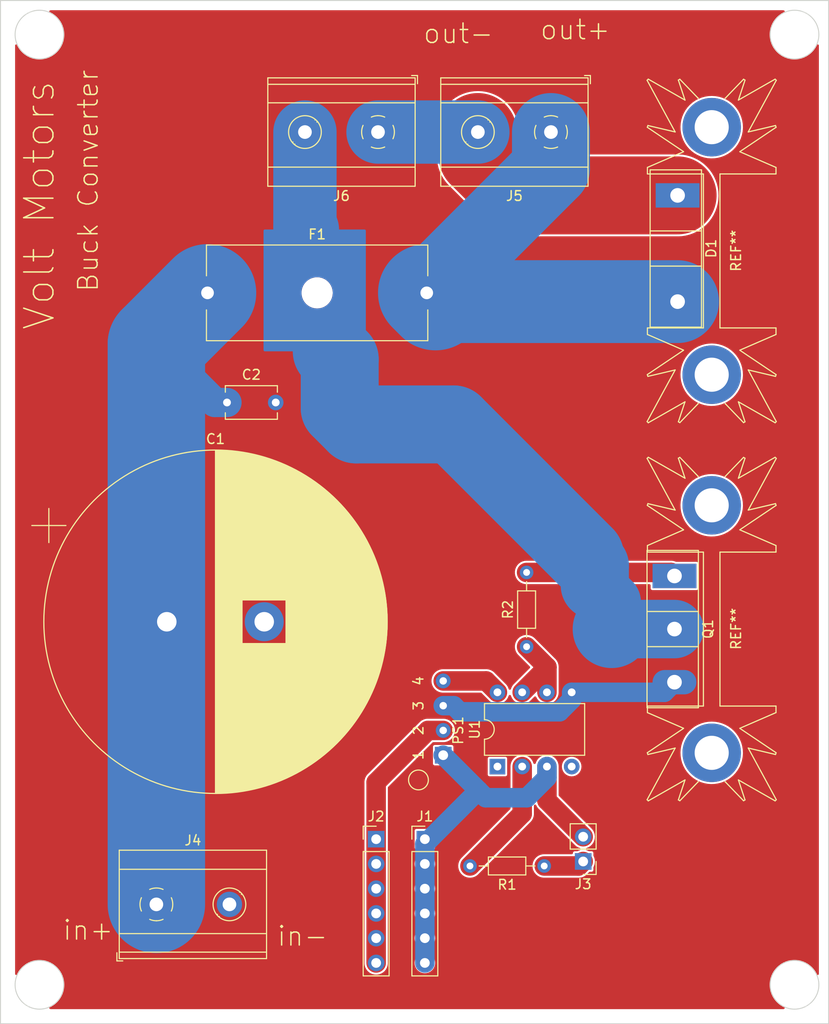
<source format=kicad_pcb>
(kicad_pcb (version 20211014) (generator pcbnew)
  (layers (0 "F.Cu" signal) (31 "B.Cu" signal) (34 "B.Paste" user) (35 "F.Paste" user) (36 "B.SilkS" user "B.Silkscreen") (37 "F.SilkS" user "F.Silkscreen") (38 "B.Mask" user) (39 "F.Mask" user) (44 "Edge.Cuts" user))
  (net 0 "")
  (net 1 "Net-(C1-Pad1)")
  (net 2 "GNDPWR")
  (net 3 "Net-(D1-Pad1)")
  (net 4 "VCC")
  (net 5 "GND")
  (net 6 "+5V")
  (net 7 "espPwm")
  (net 8 "Net-(J6-Pad2)")
  (net 9 "+12V")
  (net 10 "Net-(Q1-Pad1)")
  (net 11 "Net-(R1-Pad2)")
  (net 12 "Net-(R2-Pad1)")
  (footprint "Heatsink:Heatsink_Fischer_SK104-STCB_35x13mm__2xDrill3.5mm_ScrewM3" (layer "F.Cu") (at 204 59.7 -90)
    (fp_text reference "REF**" (at -0.025 -2.5 90) (layer "F.SilkS"))
    (fp_text value " ")
    (pad "1" thru_hole circle (at 12.7 0 270) (size 6 6) (drill 3.5) (layers *.Cu *.Mask))
    (pad "1" thru_hole circle (at -12.7 0 90) (size 6 6) (drill 3.5) (layers *.Cu *.Mask))
  )
  (footprint "Resistor_THT:R_Axial_DIN0204_L3.6mm_D1.6mm_P7.62mm_Horizontal" (layer "F.Cu") (at 186.8085 122.8085 180)
    (fp_text reference "R1" (at 3.81 -1.92) (layer "F.SilkS"))
    (fp_text value "R_OPTO")
    (pad "1" thru_hole circle (at 0 0 180) (size 1.4 1.4) (drill 0.7) (layers *.Cu *.Mask) (net 7 "espPwm"))
    (pad "2" thru_hole oval (at 7.62 0 180) (size 1.4 1.4) (drill 0.7) (layers *.Cu *.Mask) (net 11 "Net-(R1-Pad2)"))
  )
  (footprint "Package_DIP:DIP-8_W7.62mm" (layer "F.Cu") (at 182.0085 112.6085 90)
    (fp_text reference "U1" (at 3.81 -2.33 90) (layer "F.SilkS"))
    (fp_text value "TLP250")
    (pad "1" thru_hole rect (at 0 0 90) (size 1.6 1.6) (drill 0.8) (layers *.Cu *.Mask))
    (pad "2" thru_hole oval (at 0 2.54 90) (size 1.6 1.6) (drill 0.8) (layers *.Cu *.Mask) (net 11 "Net-(R1-Pad2)"))
    (pad "3" thru_hole oval (at 0 5.08 90) (size 1.6 1.6) (drill 0.8) (layers *.Cu *.Mask) (net 5 "GND"))
    (pad "4" thru_hole oval (at 0 7.62 90) (size 1.6 1.6) (drill 0.8) (layers *.Cu *.Mask))
    (pad "5" thru_hole oval (at 7.62 7.62 90) (size 1.6 1.6) (drill 0.8) (layers *.Cu *.Mask) (net 2 "GNDPWR"))
    (pad "6" thru_hole oval (at 7.62 5.08 90) (size 1.6 1.6) (drill 0.8) (layers *.Cu *.Mask) (net 12 "Net-(R2-Pad1)"))
    (pad "7" thru_hole oval (at 7.62 2.54 90) (size 1.6 1.6) (drill 0.8) (layers *.Cu *.Mask) (net 12 "Net-(R2-Pad1)"))
    (pad "8" thru_hole oval (at 7.62 0 90) (size 1.6 1.6) (drill 0.8) (layers *.Cu *.Mask) (net 9 "+12V"))
  )
  (footprint "Connector_PinHeader_2.54mm:PinHeader_1x06_P2.54mm_Vertical" (layer "F.Cu") (at 169.5585 120.0585)
    (fp_text reference "J2" (at 0 -2.33) (layer "F.SilkS"))
    (fp_text value "5V")
    (pad "1" thru_hole rect (at 0 0) (size 1.7 1.7) (drill 1) (layers *.Cu *.Mask) (net 6 "+5V"))
    (pad "2" thru_hole oval (at 0 2.54) (size 1.7 1.7) (drill 1) (layers *.Cu *.Mask) (net 6 "+5V"))
    (pad "3" thru_hole oval (at 0 5.08) (size 1.7 1.7) (drill 1) (layers *.Cu *.Mask) (net 6 "+5V"))
    (pad "4" thru_hole oval (at 0 7.62) (size 1.7 1.7) (drill 1) (layers *.Cu *.Mask) (net 6 "+5V"))
    (pad "5" thru_hole oval (at 0 10.16) (size 1.7 1.7) (drill 1) (layers *.Cu *.Mask) (net 6 "+5V"))
    (pad "6" thru_hole oval (at 0 12.7) (size 1.7 1.7) (drill 1) (layers *.Cu *.Mask) (net 6 "+5V"))
  )
  (footprint "Fuse:Fuseholder_Cylinder-5x20mm_Schurter_0031_8201_Horizontal_Open" (layer "F.Cu") (at 152.25 64)
    (fp_text reference "F1" (at 11.25 -6) (layer "F.SilkS"))
    (fp_text value "Fuse")
    (pad "" np_thru_hole circle (at 11.25 0) (size 2.7 2.7) (drill 2.7) (layers *.Cu *.Mask))
    (pad "1" thru_hole circle (at 0 0) (size 3 3) (drill 1.3) (layers *.Cu *.Mask) (net 1 "Net-(C1-Pad1)"))
    (pad "2" thru_hole circle (at 22.5 0) (size 3 3) (drill 1.3) (layers *.Cu *.Mask) (net 4 "VCC"))
  )
  (footprint "Package_TO_SOT_THT:TO-247-2_Vertical" (layer "F.Cu") (at 200.5 54 -90)
    (fp_text reference "D1" (at 5.45 -3.45 90) (layer "F.SilkS"))
    (fp_text value "DSEI30-06A")
    (pad "1" thru_hole rect (at 0 0 270) (size 2.5 4.5) (drill 1.5) (layers *.Cu *.Mask) (net 3 "Net-(D1-Pad1)"))
    (pad "2" thru_hole oval (at 10.9 0 270) (size 2.5 4.5) (drill 1.5) (layers *.Cu *.Mask) (net 4 "VCC"))
  )
  (footprint "Connector_PinHeader_2.54mm:PinHeader_1x02_P2.54mm_Vertical" (layer "F.Cu") (at 190.8085 122.3485 180)
    (fp_text reference "J3" (at 0 -2.33) (layer "F.SilkS"))
    (fp_text value "ESP_CONNECTOR")
    (pad "1" thru_hole rect (at 0 0 180) (size 1.7 1.7) (drill 1) (layers *.Cu *.Mask) (net 7 "espPwm"))
    (pad "2" thru_hole oval (at 0 2.54 180) (size 1.7 1.7) (drill 1) (layers *.Cu *.Mask) (net 5 "GND"))
  )
  (footprint "Connector_PinHeader_2.54mm:PinHeader_1x06_P2.54mm_Vertical" (layer "F.Cu") (at 174.5585 120.0585)
    (fp_text reference "J1" (at 0 -2.33) (layer "F.SilkS"))
    (fp_text value "GND")
    (pad "1" thru_hole rect (at 0 0) (size 1.7 1.7) (drill 1) (layers *.Cu *.Mask) (net 5 "GND"))
    (pad "2" thru_hole oval (at 0 2.54) (size 1.7 1.7) (drill 1) (layers *.Cu *.Mask) (net 5 "GND"))
    (pad "3" thru_hole oval (at 0 5.08) (size 1.7 1.7) (drill 1) (layers *.Cu *.Mask) (net 5 "GND"))
    (pad "4" thru_hole oval (at 0 7.62) (size 1.7 1.7) (drill 1) (layers *.Cu *.Mask) (net 5 "GND"))
    (pad "5" thru_hole oval (at 0 10.16) (size 1.7 1.7) (drill 1) (layers *.Cu *.Mask) (net 5 "GND"))
    (pad "6" thru_hole oval (at 0 12.7) (size 1.7 1.7) (drill 1) (layers *.Cu *.Mask) (net 5 "GND"))
  )
  (footprint "Resistor_THT:R_Axial_DIN0204_L3.6mm_D1.6mm_P7.62mm_Horizontal" (layer "F.Cu") (at 185 100.31 90)
    (fp_text reference "R2" (at 3.81 -1.92 90) (layer "F.SilkS"))
    (fp_text value "R_GATE")
    (pad "1" thru_hole circle (at 0 0 90) (size 1.4 1.4) (drill 0.7) (layers *.Cu *.Mask) (net 12 "Net-(R2-Pad1)"))
    (pad "2" thru_hole oval (at 7.62 0 90) (size 1.4 1.4) (drill 0.7) (layers *.Cu *.Mask) (net 10 "Net-(Q1-Pad1)"))
  )
  (footprint "Capacitor_THT:CP_Radial_D35.0mm_P10.00mm_SnapIn" (layer "F.Cu") (at 148.069501 97.75)
    (fp_text reference "C1" (at 5 -18.75) (layer "F.SilkS"))
    (fp_text value "680u")
    (pad "1" thru_hole rect (at 0 0) (size 4 4) (drill 2) (layers *.Cu *.Mask) (net 1 "Net-(C1-Pad1)"))
    (pad "2" thru_hole circle (at 10 0) (size 4 4) (drill 2) (layers *.Cu *.Mask) (net 2 "GNDPWR"))
  )
  (footprint "TerminalBlock_MetzConnect:TerminalBlock_MetzConnect_Type175_RT02702HBLC_1x02_P7.50mm_Horizontal" (layer "F.Cu") (at 187.5 47.5 180)
    (fp_text reference "J5" (at 3.75 -6.56) (layer "F.SilkS"))
    (fp_text value "PWM_OUT")
    (pad "1" thru_hole rect (at 0 0 180) (size 2.6 2.6) (drill 1.4) (layers *.Cu *.Mask) (net 4 "VCC"))
    (pad "2" thru_hole circle (at 7.5 0 180) (size 2.6 2.6) (drill 1.4) (layers *.Cu *.Mask) (net 3 "Net-(D1-Pad1)"))
  )
  (footprint "TerminalBlock_MetzConnect:TerminalBlock_MetzConnect_Type175_RT02702HBLC_1x02_P7.50mm_Horizontal" (layer "F.Cu") (at 147 126.75)
    (fp_text reference "J4" (at 3.75 -6.56) (layer "F.SilkS"))
    (fp_text value "RECTIFIER_IN")
    (pad "1" thru_hole rect (at 0 0) (size 2.6 2.6) (drill 1.4) (layers *.Cu *.Mask) (net 1 "Net-(C1-Pad1)"))
    (pad "2" thru_hole circle (at 7.5 0) (size 2.6 2.6) (drill 1.4) (layers *.Cu *.Mask) (net 2 "GNDPWR"))
  )
  (footprint "Heatsink:Heatsink_Fischer_SK104-STCB_35x13mm__2xDrill3.5mm_ScrewM3" (layer "F.Cu") (at 204 98.5 -90)
    (fp_text reference "REF**" (at -0.025 -2.5 90) (layer "F.SilkS"))
    (fp_text value " ")
    (pad "1" thru_hole circle (at -12.7 0 90) (size 6 6) (drill 3.5) (layers *.Cu *.Mask))
    (pad "1" thru_hole circle (at 12.7 0 270) (size 6 6) (drill 3.5) (layers *.Cu *.Mask))
  )
  (footprint "Capacitor_THT:C_Disc_D5.1mm_W3.2mm_P5.00mm" (layer "F.Cu") (at 154.25 75.25)
    (fp_text reference "C2" (at 2.5 -2.85) (layer "F.SilkS"))
    (fp_text value "10n")
    (pad "1" thru_hole circle (at 0 0) (size 1.6 1.6) (drill 0.8) (layers *.Cu *.Mask) (net 1 "Net-(C1-Pad1)"))
    (pad "2" thru_hole circle (at 5 0) (size 1.6 1.6) (drill 0.8) (layers *.Cu *.Mask) (net 2 "GNDPWR"))
  )
  (footprint "TerminalBlock_MetzConnect:TerminalBlock_MetzConnect_Type175_RT02702HBLC_1x02_P7.50mm_Horizontal" (layer "F.Cu") (at 169.75 47.5 180)
    (fp_text reference "J6" (at 3.75 -6.56) (layer "F.SilkS"))
    (fp_text value "CURR_SENS")
    (pad "1" thru_hole rect (at 0 0 180) (size 2.6 2.6) (drill 1.4) (layers *.Cu *.Mask) (net 3 "Net-(D1-Pad1)"))
    (pad "2" thru_hole circle (at 7.5 0 180) (size 2.6 2.6) (drill 1.4) (layers *.Cu *.Mask) (net 8 "Net-(J6-Pad2)"))
  )
  (footprint "Module:roe0512" (layer "F.Cu") (at 176.4415 108.9015 90)
    (fp_text reference "PS1" (at 0 1.54 90 unlocked) (layer "F.SilkS"))
    (fp_text value "ROE-0512S")
    (fp_text user "3" (at 2.54 -2.54 90 unlocked) (layer "F.SilkS"))
    (fp_text user "4" (at 5.08 -2.54 90 unlocked) (layer "F.SilkS"))
    (fp_text user "1" (at -2.54 -2.54 90 unlocked) (layer "F.SilkS"))
    (fp_text user "2" (at 0 -2.54 90 unlocked) (layer "F.SilkS"))
    (pad "1" thru_hole rect (at -2.54 0 90) (size 1.7 1.7) (drill 1) (layers *.Cu *.Mask) (net 5 "GND"))
    (pad "2" thru_hole circle (at 0 0 90) (size 1.524 1.524) (drill 0.762) (layers *.Cu *.Mask) (net 6 "+5V"))
    (pad "3" thru_hole circle (at 2.54 0 90) (size 1.524 1.524) (drill 0.762) (layers *.Cu *.Mask) (net 2 "GNDPWR"))
    (pad "4" thru_hole circle (at 5.08 0 90) (size 1.524 1.524) (drill 0.762) (layers *.Cu *.Mask) (net 9 "+12V"))
  )
  (footprint "Package_TO_SOT_THT:TO-247-3_Vertical" (layer "F.Cu") (at 200.18 93.05 -90)
    (fp_text reference "Q1" (at 5.45 -3.45 90) (layer "F.SilkS"))
    (fp_text value "IXGH24N60C4D1")
    (pad "1" thru_hole rect (at 0 0 270) (size 2.5 4.5) (drill 1.5) (layers *.Cu *.Mask) (net 10 "Net-(Q1-Pad1)"))
    (pad "2" thru_hole oval (at 5.45 0 270) (size 2.5 4.5) (drill 1.5) (layers *.Cu *.Mask) (net 8 "Net-(J6-Pad2)"))
    (pad "3" thru_hole oval (at 10.9 0 270) (size 2.5 4.5) (drill 1.5) (layers *.Cu *.Mask) (net 2 "GNDPWR"))
  )
  (gr_circle (center 212.5 135) (end 212.5 132.5) (layer "Edge.Cuts") (width 0.1) (fill none))
  (gr_circle (center 135 37.5) (end 132.5 37.5) (layer "Edge.Cuts") (width 0.1) (fill none))
  (gr_rect (start 131 34) (end 216 139) (layer "Edge.Cuts") (width 0.1) (fill none))
  (gr_circle (center 212.5 37.5) (end 212.5 35) (layer "Edge.Cuts") (width 0.1) (fill none))
  (gr_circle (center 135 135) (end 135 132.5) (layer "Edge.Cuts") (width 0.1) (fill none))
  (gr_text "out-\n\n" (at 178 39) (layer "F.SilkS") (effects (font (size 2 2))))
  (gr_text "Volt Motors\n" (at 135 55 -270) (layer "F.SilkS") (effects (font (size 3 3))))
  (gr_text "in-\n" (at 162 130) (layer "F.SilkS") (effects (font (size 2 2))))
  (gr_text "out+\n" (at 190 37) (layer "F.SilkS") (effects (font (size 2 2))))
  (gr_text "Buck Converter\n" (at 140 52.5 -270) (layer "F.SilkS") (effects (font (size 2 2))))
  (gr_text "in+\n\n" (at 140 131) (layer "F.SilkS") (effects (font (size 2 2))))
  (segment (start 147 126.75) (end 147 69.25) (width 10) (layer "B.Cu") (net 1))
  (segment (start 153 75.25) (end 147 69.25) (width 3) (layer "B.Cu") (net 1))
  (segment (start 154.25 75.25) (end 153 75.25) (width 3) (layer "B.Cu") (net 1))
  (segment (start 147 69.25) (end 152.25 64) (width 10) (layer "B.Cu") (net 1))
  (segment (start 177.51913 106.3615) (end 178.145641 106.988011) (width 2) (layer "B.Cu") (net 2))
  (segment (start 188.378989 106.988011) (end 189.6285 105.7385) (width 2) (layer "B.Cu") (net 2))
  (segment (start 189.6285 104.9885) (end 199.1415 104.9885) (width 2) (layer "B.Cu") (net 2))
  (segment (start 189.6285 105.7385) (end 189.6285 104.9885) (width 2) (layer "B.Cu") (net 2))
  (segment (start 176.4415 106.3615) (end 177.51913 106.3615) (width 2) (layer "B.Cu") (net 2))
  (segment (start 178.145641 106.988011) (end 188.378989 106.988011) (width 2) (layer "B.Cu") (net 2))
  (segment (start 199.1415 104.9885) (end 200.18 103.95) (width 2) (layer "B.Cu") (net 2))
  (segment (start 180 50) (end 180 47.5) (width 8) (layer "F.Cu") (net 3))
  (segment (start 200.5 54) (end 184 54) (width 8) (layer "F.Cu") (net 3))
  (segment (start 184 54) (end 180 50) (width 8) (layer "F.Cu") (net 3))
  (segment (start 169.75 47.5) (end 180 47.5) (width 6.5) (layer "B.Cu") (net 3))
  (segment (start 200.5 64.9) (end 175.65 64.9) (width 8.5) (layer "B.Cu") (net 4))
  (segment (start 187.5 47.5) (end 187.5 51.25) (width 8) (layer "B.Cu") (net 4))
  (segment (start 187.5 51.25) (end 174.75 64) (width 8) (layer "B.Cu") (net 4))
  (segment (start 175.65 64.9) (end 174.75 64) (width 10) (layer "B.Cu") (net 4))
  (segment (start 187.0885 116.0885) (end 190.8085 119.8085) (width 2) (layer "F.Cu") (net 5))
  (segment (start 187.0885 112.6085) (end 187.0885 116.0885) (width 2) (layer "F.Cu") (net 5))
  (segment (start 180.0585 115.0585) (end 180.8085 115.8085) (width 2) (layer "B.Cu") (net 5))
  (segment (start 187.0885 113.73987) (end 187.0885 112.6085) (width 2) (layer "B.Cu") (net 5))
  (segment (start 176.4415 111.4415) (end 180.0585 115.0585) (width 2) (layer "B.Cu") (net 5))
  (segment (start 174.5585 120.5585) (end 180.0585 115.0585) (width 2) (layer "B.Cu") (net 5))
  (segment (start 174.5585 132.7585) (end 174.5585 120.5585) (width 2) (layer "B.Cu") (net 5))
  (segment (start 185.01987 115.8085) (end 187.0885 113.73987) (width 2) (layer "B.Cu") (net 5))
  (segment (start 180.8085 115.8085) (end 185.01987 115.8085) (width 2) (layer "B.Cu") (net 5))
  (segment (start 174.882478 108.9015) (end 169.5585 114.225478) (width 2) (layer "F.Cu") (net 6))
  (segment (start 176.4415 108.9015) (end 174.882478 108.9015) (width 2) (layer "F.Cu") (net 6))
  (segment (start 169.5585 114.225478) (end 169.5585 132.7585) (width 2) (layer "F.Cu") (net 6))
  (segment (start 186.8085 122.8085) (end 190.3485 122.8085) (width 2) (layer "F.Cu") (net 7))
  (segment (start 190.3485 122.8085) (end 190.8085 122.3485) (width 2) (layer "F.Cu") (net 7))
  (segment (start 165.819399 75.819399) (end 165.819399 70.819399) (width 8) (layer "B.Cu") (net 8))
  (segment (start 200.18 98.5) (end 193.730978 98.5) (width 6) (layer "B.Cu") (net 8))
  (segment (start 192 92) (end 192 94) (width 7) (layer "B.Cu") (net 8))
  (segment (start 191 91) (end 192 92) (width 7) (layer "B.Cu") (net 8))
  (segment (start 162.5 57.5) (end 162.25 57.25) (width 6.5) (layer "B.Cu") (net 8))
  (segment (start 177.5 77.5) (end 167.5 77.5) (width 8) (layer "B.Cu") (net 8))
  (segment (start 165.819399 70.819399) (end 165 70) (width 8) (layer "B.Cu") (net 8))
  (segment (start 191 91) (end 177.5 77.5) (width 8) (layer "B.Cu") (net 8))
  (segment (start 167.5 77.5) (end 165.819399 75.819399) (width 8) (layer "B.Cu") (net 8))
  (segment (start 193.730978 98.5) (end 193.730489 98.499511) (width 8) (layer "B.Cu") (net 8))
  (segment (start 192 94) (end 193.730489 95.730489) (width 6) (layer "B.Cu") (net 8))
  (segment (start 162.25 47.5) (end 162.25 57.25) (width 6.5) (layer "B.Cu") (net 8))
  (segment (start 193.730489 95.730489) (end 193.730489 98.499511) (width 6) (layer "B.Cu") (net 8))
  (segment (start 176.4415 103.8215) (end 180.8415 103.8215) (width 2) (layer "F.Cu") (net 9))
  (segment (start 180.8415 103.8215) (end 182.0085 104.9885) (width 2) (layer "F.Cu") (net 9))
  (segment (start 185 92.69) (end 199.82 92.69) (width 2) (layer "F.Cu") (net 10))
  (segment (start 199.82 92.69) (end 200.18 93.05) (width 2) (layer "F.Cu") (net 10))
  (segment (start 179.1885 122.8085) (end 184.5485 117.4485) (width 2) (layer "F.Cu") (net 11))
  (segment (start 184.5485 117.4485) (end 184.5485 112.6085) (width 2) (layer "F.Cu") (net 11))
  (segment (start 187.0885 102.4485) (end 187.0885 102.3985) (width 2) (layer "F.Cu") (net 12))
  (segment (start 187.0885 102.3985) (end 185 100.31) (width 2) (layer "F.Cu") (net 12))
  (segment (start 184.5485 104.9885) (end 187.0885 102.4485) (width 2) (layer "F.Cu") (net 12))
  (segment (start 187.0885 104.9885) (end 187.0885 102.3985) (width 2) (layer "F.Cu") (net 12))
  (zone (net 2) (net_name "GNDPWR") (layer "F.Cu") (connect_pads yes (clearance 0)) (min_thickness 0.254) (fill yes (thermal_gap 0.508) (thermal_bridge_width 0.508))
    (polygon (pts (xy 215 137.5) (xy 132.5 137.5) (xy 132.5 35) (xy 215 35)))
  )
  (zone (net 8) (net_name "Net-(J6-Pad2)") (layer "B.Cu") (connect_pads yes (clearance 0)) (min_thickness 0.254) (fill yes (thermal_gap 0.508) (thermal_bridge_width 0.508))
    (polygon (pts (xy 168.5 70) (xy 158 70) (xy 158 57.5) (xy 168.5 57.5)))
  )
)
</source>
